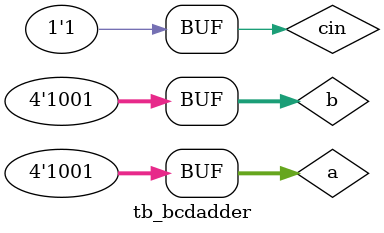
<source format=v>
module bcd_adder(a,b,cin,sum,cout);
    input [3:0] a,b;
    input cin;
    output [3:0] sum;
    output cout;
    reg [4:0] temp;
    reg [3:0] sum;
    reg cout;  

    always @(a,b,cin)
    begin
        temp = a+b+cin; 
        if(temp > 9)    
	begin
            temp = temp+6; //add 6, if result is more than 9.
            cout = 1;  //set the carry output
            sum = temp[3:0];   
   	end
        else    
	begin
            cout = 0;
            sum = temp[3:0];
        end
    end     

endmodule


module tb_bcdadder;

    reg [3:0] a;
    reg [3:0] b;
    reg cin;

    wire [3:0] sum;
    wire cout;

    bcd_adder uut (
        .a(a), 
        .b(b), 
        .cin(cin), 
        .sum(sum), 
        .cout(cout)
    );

    initial begin
        a = 0;  b = 0;  cin = 0;   #100;
        a = 6;  b = 9;  cin = 0;   #100;
        a = 3;  b = 3;  cin = 1;   #100;
        a = 4;  b = 5;  cin = 0;   #100;
        a = 8;  b = 2;  cin = 0;   #100;
        a = 9;  b = 9;  cin = 1;   #100;
    end
      
endmodule

</source>
